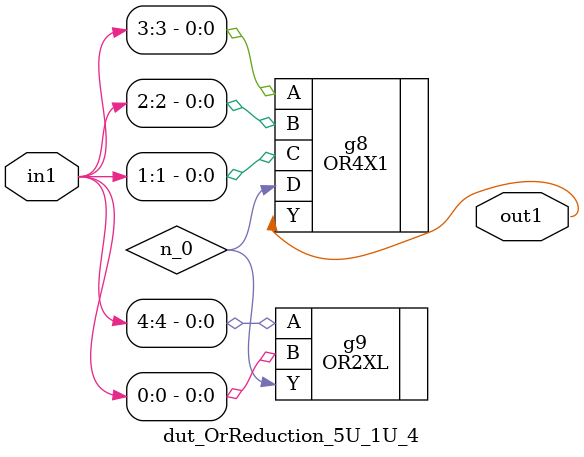
<source format=v>
`timescale 1ps / 1ps


module dut_OrReduction_5U_1U_4(in1, out1);
  input [4:0] in1;
  output out1;
  wire [4:0] in1;
  wire out1;
  wire n_0;
  OR4X1 g8(.A (in1[3]), .B (in1[2]), .C (in1[1]), .D (n_0), .Y (out1));
  OR2XL g9(.A (in1[4]), .B (in1[0]), .Y (n_0));
endmodule



</source>
